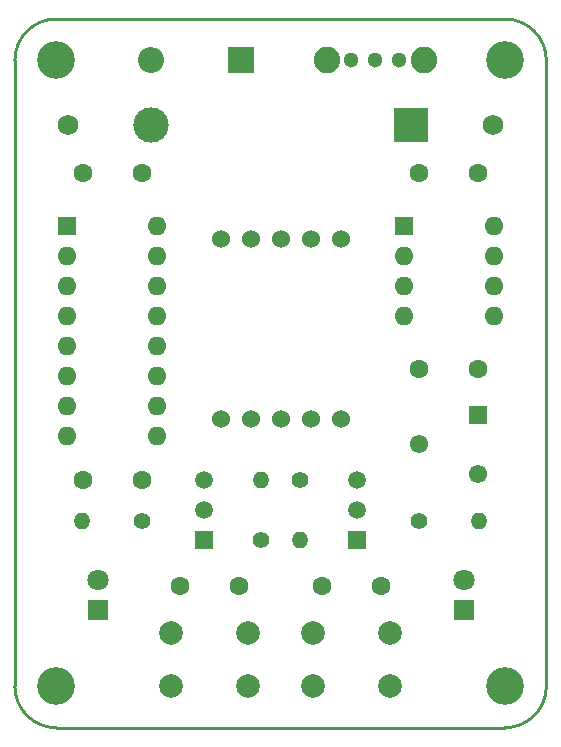
<source format=gbr>
%TF.GenerationSoftware,KiCad,Pcbnew,(5.1.8)-1*%
%TF.CreationDate,2020-12-25T19:20:46-06:00*%
%TF.ProjectId,Reaction Time Game,52656163-7469-46f6-9e20-54696d652047,rev?*%
%TF.SameCoordinates,Original*%
%TF.FileFunction,Soldermask,Bot*%
%TF.FilePolarity,Negative*%
%FSLAX46Y46*%
G04 Gerber Fmt 4.6, Leading zero omitted, Abs format (unit mm)*
G04 Created by KiCad (PCBNEW (5.1.8)-1) date 2020-12-25 19:20:46*
%MOMM*%
%LPD*%
G01*
G04 APERTURE LIST*
%TA.AperFunction,Profile*%
%ADD10C,0.254000*%
%TD*%
%ADD11C,1.750000*%
%ADD12R,3.000000X3.000000*%
%ADD13C,3.000000*%
%ADD14C,1.300000*%
%ADD15C,2.250000*%
%ADD16C,1.524000*%
%ADD17R,1.500000X1.500000*%
%ADD18C,1.500000*%
%ADD19C,3.200000*%
%ADD20C,1.550000*%
%ADD21R,1.550000X1.550000*%
%ADD22C,2.000000*%
%ADD23O,1.400000X1.400000*%
%ADD24C,1.400000*%
%ADD25C,1.800000*%
%ADD26R,1.800000X1.800000*%
%ADD27C,1.600000*%
%ADD28R,1.600000X1.600000*%
%ADD29O,1.600000X1.600000*%
%ADD30O,2.200000X2.200000*%
%ADD31R,2.200000X2.200000*%
G04 APERTURE END LIST*
D10*
X122500000Y-73500000D02*
X122500000Y-126500000D01*
X77500000Y-126500000D02*
X77500000Y-73500000D01*
X81000000Y-130000000D02*
X119000000Y-130000000D01*
X81000000Y-70000000D02*
X119000000Y-70000000D01*
X122500000Y-126500000D02*
G75*
G02*
X119000000Y-130000000I-3500000J0D01*
G01*
X81000000Y-130000000D02*
G75*
G02*
X77500000Y-126500000I0J3500000D01*
G01*
X119000000Y-70000000D02*
G75*
G02*
X122500000Y-73500000I0J-3500000D01*
G01*
X77500000Y-73500000D02*
G75*
G02*
X81000000Y-70000000I3500000J0D01*
G01*
D11*
X118000000Y-79000000D03*
D12*
X111000000Y-79000000D03*
D11*
X82000000Y-79000000D03*
D13*
X89000000Y-79000000D03*
D14*
X108000000Y-73500000D03*
D15*
X103900000Y-73500000D03*
X112100000Y-73500000D03*
D14*
X110000000Y-73500000D03*
X106000000Y-73500000D03*
D16*
X94920000Y-88630000D03*
X97460000Y-88630000D03*
X100000000Y-88630000D03*
X102540000Y-88630000D03*
X105080000Y-88630000D03*
X105080000Y-103870000D03*
X102540000Y-103870000D03*
X100000000Y-103870000D03*
X97460000Y-103870000D03*
X94920000Y-103870000D03*
D17*
X106500000Y-114080000D03*
D18*
X106500000Y-109000000D03*
X106500000Y-111540000D03*
D17*
X93500000Y-114080000D03*
D18*
X93500000Y-109000000D03*
X93500000Y-111540000D03*
D19*
X119000000Y-126500000D03*
X81000000Y-73500000D03*
X81000000Y-126500000D03*
X119000000Y-73500000D03*
D20*
X111750000Y-106000000D03*
D21*
X116750000Y-103500000D03*
D20*
X116750000Y-108500000D03*
D22*
X109250000Y-122000000D03*
X109250000Y-126500000D03*
X102750000Y-122000000D03*
X102750000Y-126500000D03*
D23*
X116790000Y-112500000D03*
D24*
X111710000Y-112500000D03*
D23*
X101625000Y-114080000D03*
D24*
X101625000Y-109000000D03*
D23*
X98375000Y-109000000D03*
D24*
X98375000Y-114080000D03*
D23*
X83210000Y-112500000D03*
D24*
X88290000Y-112500000D03*
D25*
X115500000Y-117460000D03*
D26*
X115500000Y-120000000D03*
D25*
X84500000Y-117460000D03*
D26*
X84500000Y-120000000D03*
D27*
X96500000Y-118000000D03*
X91500000Y-118000000D03*
X108500000Y-118000000D03*
X103500000Y-118000000D03*
X88250000Y-109000000D03*
X83250000Y-109000000D03*
D28*
X81940000Y-87500000D03*
D29*
X89560000Y-105280000D03*
X81940000Y-90040000D03*
X89560000Y-102740000D03*
X81940000Y-92580000D03*
X89560000Y-100200000D03*
X81940000Y-95120000D03*
X89560000Y-97660000D03*
X81940000Y-97660000D03*
X89560000Y-95120000D03*
X81940000Y-100200000D03*
X89560000Y-92580000D03*
X81940000Y-102740000D03*
X89560000Y-90040000D03*
X81940000Y-105280000D03*
X89560000Y-87500000D03*
D28*
X110440000Y-87500000D03*
D29*
X118060000Y-95120000D03*
X110440000Y-90040000D03*
X118060000Y-92580000D03*
X110440000Y-92580000D03*
X118060000Y-90040000D03*
X110440000Y-95120000D03*
X118060000Y-87500000D03*
D22*
X90750000Y-126500000D03*
X90750000Y-122000000D03*
X97250000Y-126500000D03*
X97250000Y-122000000D03*
D30*
X89000000Y-73500000D03*
D31*
X96620000Y-73500000D03*
D27*
X111750000Y-83000000D03*
X116750000Y-83000000D03*
X88250000Y-83000000D03*
X83250000Y-83000000D03*
X116750000Y-99620000D03*
X111750000Y-99620000D03*
M02*

</source>
